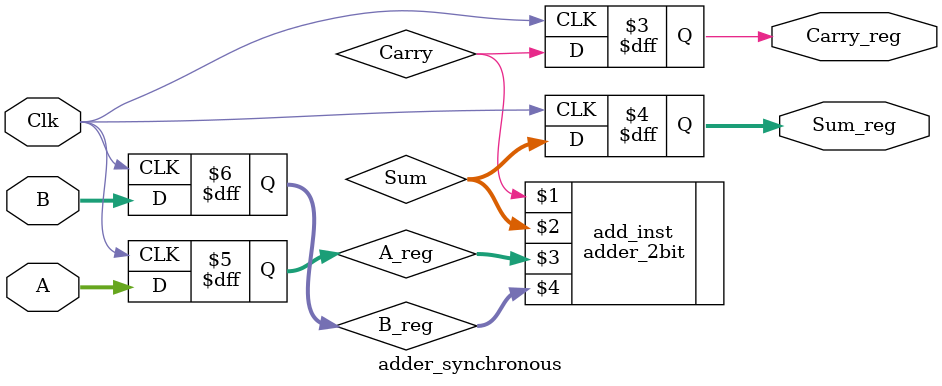
<source format=v>
`timescale 1ns / 1ps
`default_nettype none

module adder_synchronous(Carry_reg, Sum_reg, Clk, A, B);
    output reg Carry_reg;
    output reg [1:0] Sum_reg;
    input wire Clk;
    input wire [1:0] A, B;

    // Internal registers for inputs
    reg [1:0] A_reg, B_reg;
    wire [1:0] Sum;
    wire Carry;

    // Instantiate your 2-bit adder
    adder_2bit add_inst(Carry, Sum, A_reg, B_reg);

    // Input registers (2-bit flip-flops)
    always @(posedge Clk) begin
        A_reg <= A;
        B_reg <= B;
    end

    // Output registers (for synchronous outputs)
    always @(posedge Clk) begin
        Carry_reg <= Carry;
        Sum_reg <= Sum;
    end

endmodule

</source>
